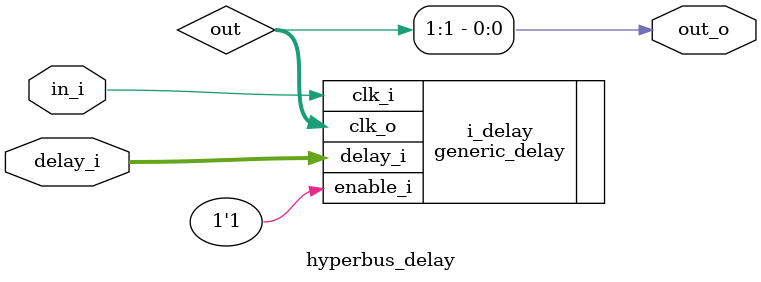
<source format=sv>


// Author: Thomas Benz <paulsc@iis.ee.ethz.ch>
// Author: Paul Scheffler <paulsc@iis.ee.ethz.ch>

// TODO: properly include generic_delay once it is a full IP or integrated in one

module hyperbus_delay (
    input  logic        in_i,
    input  logic [3:0]  delay_i,
    output logic        out_o
);

    logic [1:0] out;

    generic_delay i_delay (
        .clk_i      ( in_i      ),
        .enable_i   ( 1'b1      ),
        .delay_i    ( delay_i   ),
        .clk_o      ( out       )
    );

    assign out_o = out[1];

endmodule : hyperbus_delay

</source>
